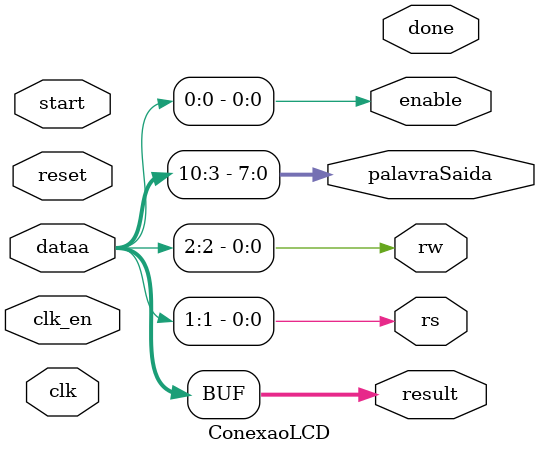
<source format=v>
module ConexaoLCD(

input  [31:0] dataa, 
output reg [31:0] result,
input clk, // CPU's master-input clk <required for multi-cycle>
input reset, // CPU's master asynchronous reset <required for multi-cycle>
input clk_en, // Clock-qualifier <required for multi-cycle>
input start, // True when this instr. issues <required for multi-cycle>
output done, // True when instr. completes <required for variable muli-cycle>

output reg rs,
output reg rw,
output reg[7:0] palavraSaida,
output reg enable



);

// enable rs rw data

	always @ (dataa)begin
		
		enable <= dataa[0];
		rs <= dataa[1];
		rw <= dataa[2];
		palavraSaida <= dataa[10:3];
		
		
		result <= dataa;
	
	end




endmodule



</source>
